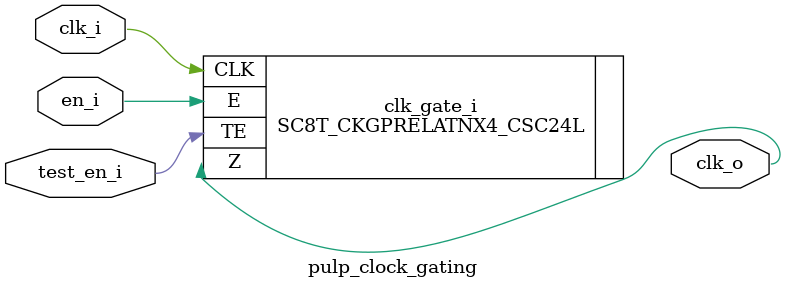
<source format=sv>
/* Copyright (C) 2017 ETH Zurich, University of Bologna
 * All rights reserved.
 *
 * This code is under development and not yet released to the public.
 * Until it is released, the code is under the copyright of ETH Zurich and
 * the University of Bologna, and may contain confidential and/or unpublished
 * work. Any reuse/redistribution is strictly forbidden without written
 * permission from ETH Zurich.
 *
 * Bug fixes and contributions will eventually be released under the
 * SolderPad open hardware license in the context of the PULP platform
 * (http://www.pulp-platform.org), under the copyright of ETH Zurich and the
 * University of Bologna.
 */


`ifndef GF_TRACK
  `define GF_TRACK  8
`endif

`ifndef GF_VT
  `define GF_VT     L
`endif

`ifndef GF_LEN
  `define GF_LEN   24
`endif

//andy hack: support different standard cell libraries by setting `GF_TRACK,
//`GF_VT and `GF_LEN
// SC8T_CKGPRELATNX1_CSC24L
`define GF_PREICG(t,v,c)  SC``t``T_CKGPRELATNX4_CSC``c``v

module pulp_clock_gating
(
    input  logic clk_i,
    input  logic en_i,
    input  logic test_en_i,
    output logic clk_o
);

  `GF_PREICG(`GF_TRACK, `GF_VT, `GF_LEN) clk_gate_i
  (
    .Z   ( clk_o     ),
    .CLK ( clk_i     ),
    .E   ( en_i      ),
    .TE  ( test_en_i )
  );

endmodule

</source>
